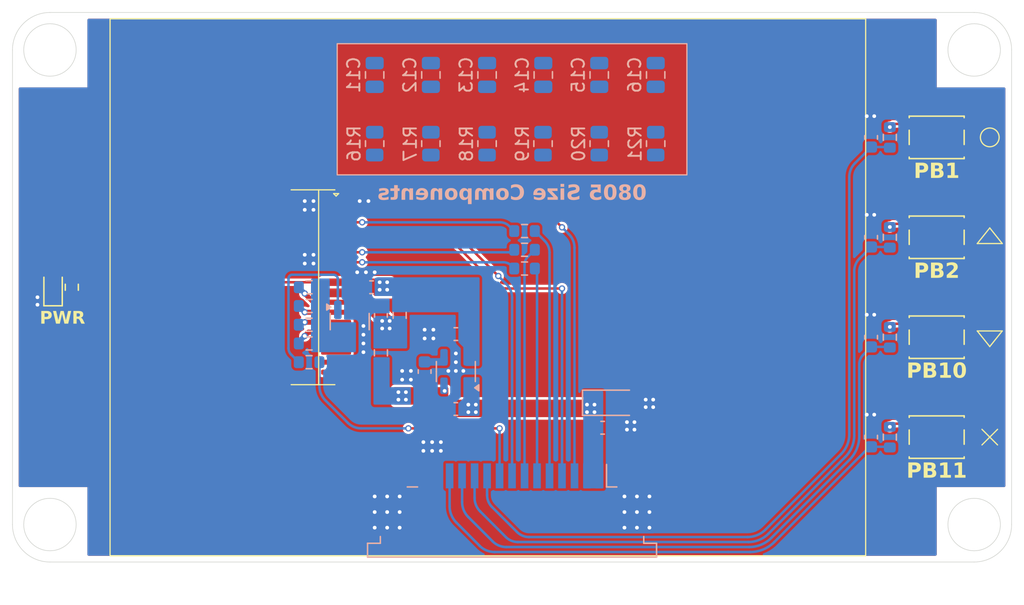
<source format=kicad_pcb>
(kicad_pcb (version 20240108) (generator "pcbnew") (generator_version "8.0")
  (layers (0 "F.Cu" signal) (31 "B.Cu" signal) (34 "B.Paste" user) (35 "F.Paste" user) (36 "B.SilkS" user "B.Silkscreen") (37 "F.SilkS" user "F.Silkscreen") (38 "B.Mask" user) (39 "F.Mask" user) (44 "Edge.Cuts" user))
  (net 0 "")
  (net 1 "+5V")
  (net 2 "GND")
  (net 3 "Net-(U2-BP)")
  (net 4 "+3.3V")
  (net 5 "/PA4")
  (net 6 "/PB0")
  (net 7 "/PB2")
  (net 8 "/SPI1_MISO")
  (net 9 "/SPI1_SCK")
  (net 10 "/PB1")
  (net 11 "/PB10")
  (net 12 "/PA3")
  (net 13 "/PB11")
  (net 14 "/PC4")
  (net 15 "/SPI1_MOSI")
  (net 16 "Net-(R1-Pad2)")
  (net 17 "Net-(R2-Pad2)")
  (net 18 "Net-(R3-Pad2)")
  (net 19 "Net-(R4-Pad2)")
  (net 20 "Net-(U1-SCL)")
  (net 21 "Net-(U1-SDA)")
  (net 22 "Net-(U1-SDO)")
  (net 27 "/LEDA")
  (net 28 "Net-(Q1-G)")
  (net 29 "Net-(Q1-D)")
  (net 30 "/LEDK4")
  (net 31 "/LEDK3")
  (net 32 "/LEDK2")
  (net 33 "/LEDK1")
  (net 34 "Net-(D2-A)")
  (footprint "Resistor_SMD:R_0603_1608Metric" (layer "F.Cu") (at 134.75 100 90)
    (property "Reference" "R15" (hide yes))
    (property "Value" "1k")
    (pad "1" smd roundrect (at -0.825 0 90) (size 0.8 0.95) (layers "F.Cu" "F.Paste" "F.Mask") (net 4 "+3.3V"))
    (pad "2" smd roundrect (at 0.825 0 90) (size 0.8 0.95) (layers "F.Cu" "F.Paste" "F.Mask") (net 34 "Net-(D2-A)"))
  )
  (footprint "Button_Switch_SMD:SW_SPST_PTS810" (layer "F.Cu") (at 204 96)
    (property "Reference" "SW2" (hide yes))
    (property "Value" "NRST")
    (pad "1" smd rect (at -2.075 -1.075) (size 1.05 0.65) (layers "F.Cu" "F.Paste" "F.Mask") (net 17 "Net-(R2-Pad2)"))
    (pad "1" smd rect (at 2.075 -1.075) (size 1.05 0.65) (layers "F.Cu" "F.Paste" "F.Mask") (net 17 "Net-(R2-Pad2)"))
    (pad "2" smd rect (at -2.075 1.075) (size 1.05 0.65) (layers "F.Cu" "F.Paste" "F.Mask") (net 2 "GND"))
    (pad "2" smd rect (at 2.075 1.075) (size 1.05 0.65) (layers "F.Cu" "F.Paste" "F.Mask") (net 2 "GND"))
  )
  (footprint "Button_Switch_SMD:SW_SPST_PTS810" (layer "F.Cu") (at 204 88)
    (property "Reference" "SW1" (hide yes))
    (property "Value" "NRST")
    (pad "1" smd rect (at -2.075 -1.075) (size 1.05 0.65) (layers "F.Cu" "F.Paste" "F.Mask") (net 16 "Net-(R1-Pad2)"))
    (pad "1" smd rect (at 2.075 -1.075) (size 1.05 0.65) (layers "F.Cu" "F.Paste" "F.Mask") (net 16 "Net-(R1-Pad2)"))
    (pad "2" smd rect (at -2.075 1.075) (size 1.05 0.65) (layers "F.Cu" "F.Paste" "F.Mask") (net 2 "GND"))
    (pad "2" smd rect (at 2.075 1.075) (size 1.05 0.65) (layers "F.Cu" "F.Paste" "F.Mask") (net 2 "GND"))
  )
  (footprint "AEX7 Others:Display_LCD_TFT_ST7789" (layer "F.Cu") (at 137.8125 100 -90)
    (property "Reference" "U1" (hide yes))
    (property "Value" "LCD")
    (pad "1" smd roundrect (at -6.8 -18.1 270) (size 0.4 2.4) (layers "F.Cu" "F.Paste" "F.Mask") (net 2 "GND"))
    (pad "2" smd roundrect (at -6 -18.1 270) (size 0.4 2.4) (layers "F.Cu" "F.Paste" "F.Mask") (net 12 "/PA3"))
    (pad "3" smd roundrect (at -5.2 -18.1 270) (size 0.4 2.4) (layers "F.Cu" "F.Paste" "F.Mask") (net 20 "Net-(U1-SCL)"))
    (pad "4" smd roundrect (at -4.4 -18.1 270) (size 0.4 2.4) (layers "F.Cu" "F.Paste" "F.Mask") (net 14 "/PC4"))
    (pad "5" smd roundrect (at -3.6 -18.1 270) (size 0.4 2.4) (layers "F.Cu" "F.Paste" "F.Mask") (net 5 "/PA4"))
    (pad "6" smd roundrect (at -2.8 -18.1 270) (size 0.4 2.4) (layers "F.Cu" "F.Paste" "F.Mask") (net 21 "Net-(U1-SDA)"))
    (pad "7" smd roundrect (at -2 -18.1 270) (size 0.4 2.4) (layers "F.Cu" "F.Paste" "F.Mask") (net 22 "Net-(U1-SDO)"))
    (pad "8" smd roundrect (at -1.2 -18.1 270) (size 0.4 2.4) (layers "F.Cu" "F.Paste" "F.Mask") (net 2 "GND"))
    (pad "9" smd roundrect (at -0.4 -18.1 270) (size 0.4 2.4) (layers "F.Cu" "F.Paste" "F.Mask") (net 4 "+3.3V"))
    (pad "10" smd roundrect (at 0.4 -18.1 270) (size 0.4 2.4) (layers "F.Cu" "F.Paste" "F.Mask") (net 27 "/LEDA"))
    (pad "11" smd roundrect (at 1.2 -18.1 270) (size 0.4 2.4) (layers "F.Cu" "F.Paste" "F.Mask") (net 33 "/LEDK1"))
    (pad "12" smd roundrect (at 2 -18.1 270) (size 0.4 2.4) (layers "F.Cu" "F.Paste" "F.Mask") (net 32 "/LEDK2"))
    (pad "13" smd roundrect (at 2.8 -18.1 270) (size 0.4 2.4) (layers "F.Cu" "F.Paste" "F.Mask") (net 31 "/LEDK3"))
    (pad "14" smd roundrect (at 3.6 -18.1 270) (size 0.4 2.4) (layers "F.Cu" "F.Paste" "F.Mask") (net 30 "/LEDK4"))
    (pad "15" smd roundrect (at 4.4 -18.1 270) (size 0.4 2.4) (layers "F.Cu" "F.Paste" "F.Mask"))
    (pad "16" smd roundrect (at 5.2 -18.1 270) (size 0.4 2.4) (layers "F.Cu" "F.Paste" "F.Mask"))
    (pad "17" smd roundrect (at 6 -18.1 270) (size 0.4 2.4) (layers "F.Cu" "F.Paste" "F.Mask"))
    (pad "18" smd roundrect (at 6.8 -18.1 270) (size 0.4 2.4) (layers "F.Cu" "F.Paste" "F.Mask"))
  )
  (footprint "Button_Switch_SMD:SW_SPST_PTS810" (layer "F.Cu") (at 204 112)
    (property "Reference" "SW4" (hide yes))
    (property "Value" "NRST")
    (pad "1" smd rect (at -2.075 -1.075) (size 1.05 0.65) (layers "F.Cu" "F.Paste" "F.Mask") (net 19 "Net-(R4-Pad2)"))
    (pad "1" smd rect (at 2.075 -1.075) (size 1.05 0.65) (layers "F.Cu" "F.Paste" "F.Mask") (net 19 "Net-(R4-Pad2)"))
    (pad "2" smd rect (at -2.075 1.075) (size 1.05 0.65) (layers "F.Cu" "F.Paste" "F.Mask") (net 2 "GND"))
    (pad "2" smd rect (at 2.075 1.075) (size 1.05 0.65) (layers "F.Cu" "F.Paste" "F.Mask") (net 2 "GND"))
  )
  (footprint "LED_SMD:LED_0603_1608Metric" (layer "F.Cu") (at 133.25 100 90)
    (property "Reference" "D2" (hide yes))
    (property "Value" "LED")
    (pad "1" smd roundrect (at -0.7875 0 90) (size 0.875 0.95) (layers "F.Cu" "F.Paste" "F.Mask") (net 2 "GND"))
    (pad "2" smd roundrect (at 0.7875 0 90) (size 0.875 0.95) (layers "F.Cu" "F.Paste" "F.Mask") (net 34 "Net-(D2-A)"))
  )
  (footprint "Button_Switch_SMD:SW_SPST_PTS810" (layer "F.Cu") (at 204 104)
    (property "Reference" "SW3" (hide yes))
    (property "Value" "NRST")
    (pad "1" smd rect (at -2.075 -1.075) (size 1.05 0.65) (layers "F.Cu" "F.Paste" "F.Mask") (net 18 "Net-(R3-Pad2)"))
    (pad "1" smd rect (at 2.075 -1.075) (size 1.05 0.65) (layers "F.Cu" "F.Paste" "F.Mask") (net 18 "Net-(R3-Pad2)"))
    (pad "2" smd rect (at -2.075 1.075) (size 1.05 0.65) (layers "F.Cu" "F.Paste" "F.Mask") (net 2 "GND"))
    (pad "2" smd rect (at 2.075 1.075) (size 1.05 0.65) (layers "F.Cu" "F.Paste" "F.Mask") (net 2 "GND"))
  )
  (footprint "Connector_FFC-FPC:TE_1-84952-5_1x15-1MP_P1.0mm_Horizontal" (layer "B.Cu") (at 170 116.9 180)
    (property "Reference" "J1" (hide yes))
    (property "Value" "Conn_01x15_MountingPin")
    (pad "1" smd rect (at -7 1.8 180) (size 0.61 2) (layers "B.Cu" "B.Paste" "B.Mask") (net 1 "+5V"))
    (pad "2" smd rect (at -6 1.8 180) (size 0.61 2) (layers "B.Cu" "B.Paste" "B.Mask") (net 1 "+5V"))
    (pad "3" smd rect (at -5 1.8 180) (size 0.61 2) (layers "B.Cu" "B.Paste" "B.Mask") (net 12 "/PA3"))
    (pad "4" smd rect (at -4 1.8 180) (size 0.61 2) (layers "B.Cu" "B.Paste" "B.Mask") (net 5 "/PA4"))
    (pad "5" smd rect (at -3 1.8 180) (size 0.61 2) (layers "B.Cu" "B.Paste" "B.Mask") (net 9 "/SPI1_SCK"))
    (pad "6" smd rect (at -2 1.8 180) (size 0.61 2) (layers "B.Cu" "B.Paste" "B.Mask") (net 8 "/SPI1_MISO"))
    (pad "7" smd rect (at -1 1.8 180) (size 0.61 2) (layers "B.Cu" "B.Paste" "B.Mask") (net 15 "/SPI1_MOSI"))
    (pad "8" smd rect (at 0 1.8 180) (size 0.61 2) (layers "B.Cu" "B.Paste" "B.Mask") (net 14 "/PC4"))
    (pad "9" smd rect (at 1 1.8 180) (size 0.61 2) (layers "B.Cu" "B.Paste" "B.Mask") (net 6 "/PB0"))
    (pad "10" smd rect (at 2 1.8 180) (size 0.61 2) (layers "B.Cu" "B.Paste" "B.Mask") (net 10 "/PB1"))
    (pad "11" smd rect (at 3 1.8 180) (size 0.61 2) (layers "B.Cu" "B.Paste" "B.Mask") (net 7 "/PB2"))
    (pad "12" smd rect (at 4 1.8 180) (size 0.61 2) (layers "B.Cu" "B.Paste" "B.Mask") (net 11 "/PB10"))
    (pad "13" smd rect (at 5 1.8 180) (size 0.61 2) (layers "B.Cu" "B.Paste" "B.Mask") (net 13 "/PB11"))
    (pad "14" smd rect (at 6 1.8 180) (size 0.61 2) (layers "B.Cu" "B.Paste" "B.Mask") (net 2 "GND"))
    (pad "15" smd rect (at 7 1.8 180) (size 0.61 2) (layers "B.Cu" "B.Paste" "B.Mask") (net 2 "GND"))
    (pad "MP" smd rect (at -9.99 -1 180) (size 2.68 3.6) (layers "B.Cu" "B.Paste" "B.Mask") (net 2 "GND"))
    (pad "MP" smd rect (at 9.99 -1 180) (size 2.68 3.6) (layers "B.Cu" "B.Paste" "B.Mask") (net 2 "GND"))
  )
  (footprint "Resistor_SMD:R_0603_1608Metric" (layer "B.Cu") (at 171 97 180)
    (property "Reference" "R6" (hide yes))
    (property "Value" "33R")
    (pad "1" smd roundrect (at -0.825 0 180) (size 0.8 0.95) (layers "B.Cu" "B.Paste" "B.Mask") (net 15 "/SPI1_MOSI"))
    (pad "2" smd roundrect (at 0.825 0 180) (size 0.8 0.95) (layers "B.Cu" "B.Paste" "B.Mask") (net 21 "Net-(U1-SDA)"))
  )
  (footprint "Capacitor_SMD:C_0603_1608Metric" (layer "B.Cu") (at 198.75 96 90)
    (property "Reference" "C6" (hide yes))
    (property "Value" "100n")
    (pad "1" smd roundrect (at -0.775 0 90) (size 0.9 0.95) (layers "B.Cu" "B.Paste" "B.Mask") (net 7 "/PB2"))
    (pad "2" smd roundrect (at 0.775 0 90) (size 0.9 0.95) (layers "B.Cu" "B.Paste" "B.Mask") (net 2 "GND"))
  )
  (footprint "Capacitor_SMD:C_0603_1608Metric" (layer "B.Cu") (at 198.75 112 90)
    (property "Reference" "C8" (hide yes))
    (property "Value" "100n")
    (pad "1" smd roundrect (at -0.775 0 90) (size 0.9 0.95) (layers "B.Cu" "B.Paste" "B.Mask") (net 13 "/PB11"))
    (pad "2" smd roundrect (at 0.775 0 90) (size 0.9 0.95) (layers "B.Cu" "B.Paste" "B.Mask") (net 2 "GND"))
  )
  (footprint "Capacitor_SMD:C_0603_1608Metric" (layer "B.Cu") (at 159.5 102.25 90)
    (property "Reference" "C10" (hide yes))
    (property "Value" "100n")
    (pad "1" smd roundrect (at -0.775 0 90) (size 0.9 0.95) (layers "B.Cu" "B.Paste" "B.Mask") (net 27 "/LEDA"))
    (pad "2" smd roundrect (at 0.775 0 90) (size 0.9 0.95) (layers "B.Cu" "B.Paste" "B.Mask") (net 2 "GND"))
  )
  (footprint "Capacitor_SMD:C_0603_1608Metric" (layer "B.Cu") (at 177.25 111.25)
    (property "Reference" "C1" (hide yes))
    (property "Value" "10u")
    (pad "1" smd roundrect (at -0.775 0) (size 0.9 0.95) (layers "B.Cu" "B.Paste" "B.Mask") (net 1 "+5V"))
    (pad "2" smd roundrect (at 0.775 0) (size 0.9 0.95) (layers "B.Cu" "B.Paste" "B.Mask") (net 2 "GND"))
  )
  (footprint "Resistor_SMD:R_0603_1608Metric" (layer "B.Cu") (at 200.25 104 90)
    (property "Reference" "R3" (hide yes))
    (property "Value" "330R")
    (pad "1" smd roundrect (at -0.825 0 90) (size 0.8 0.95) (layers "B.Cu" "B.Paste" "B.Mask") (net 11 "/PB10"))
    (pad "2" smd roundrect (at 0.825 0 90) (size 0.8 0.95) (layers "B.Cu" "B.Paste" "B.Mask") (net 18 "Net-(R3-Pad2)"))
  )
  (footprint "Capacitor_SMD:C_0805_2012Metric" (layer "B.Cu") (at 176.98 83 -90)
    (property "Reference" "C15" (at 0 1.68 90) (layer "B.SilkS") (effects (justify mirror)))
    (property "Value" "C")
    (pad "1" smd roundrect (at -0.95 0 270) (size 1 1.45) (layers "B.Cu" "B.Paste" "B.Mask"))
    (pad "2" smd roundrect (at 0.95 0 270) (size 1 1.45) (layers "B.Cu" "B.Paste" "B.Mask"))
  )
  (footprint "Resistor_SMD:R_0603_1608Metric" (layer "B.Cu") (at 159.5 105.25 90)
    (property "Reference" "R8" (hide yes))
    (property "Value" "NC")
    (pad "1" smd roundrect (at -0.825 0 90) (size 0.8 0.95) (layers "B.Cu" "B.Paste" "B.Mask") (net 1 "+5V"))
    (pad "2" smd roundrect (at 0.825 0 90) (size 0.8 0.95) (layers "B.Cu" "B.Paste" "B.Mask") (net 27 "/LEDA"))
  )
  (footprint "Resistor_SMD:R_0603_1608Metric" (layer "B.Cu") (at 153.75 100 180)
    (property "Reference" "R14" (hide yes))
    (property "Value" "0R")
    (pad "1" smd roundrect (at -0.825 0 180) (size 0.8 0.95) (layers "B.Cu" "B.Paste" "B.Mask") (net 29 "Net-(Q1-D)"))
    (pad "2" smd roundrect (at 0.825 0 180) (size 0.8 0.95) (layers "B.Cu" "B.Paste" "B.Mask") (net 33 "/LEDK1"))
  )
  (footprint "Resistor_SMD:R_0603_1608Metric" (layer "B.Cu") (at 171 95.5 180)
    (property "Reference" "R5" (hide yes))
    (property "Value" "33R")
    (pad "1" smd roundrect (at -0.825 0 180) (size 0.8 0.95) (layers "B.Cu" "B.Paste" "B.Mask") (net 9 "/SPI1_SCK"))
    (pad "2" smd roundrect (at 0.825 0 180) (size 0.8 0.95) (layers "B.Cu" "B.Paste" "B.Mask") (net 20 "Net-(U1-SCL)"))
  )
  (footprint "Capacitor_SMD:C_0805_2012Metric" (layer "B.Cu") (at 172.5 83 -90)
    (property "Reference" "C14" (at 0 1.68 90) (layer "B.SilkS") (effects (justify mirror)))
    (property "Value" "C")
    (pad "1" smd roundrect (at -0.95 0 270) (size 1 1.45) (layers "B.Cu" "B.Paste" "B.Mask"))
    (pad "2" smd roundrect (at 0.95 0 270) (size 1 1.45) (layers "B.Cu" "B.Paste" "B.Mask"))
  )
  (footprint "Resistor_SMD:R_0603_1608Metric" (layer "B.Cu") (at 200.25 88 90)
    (property "Reference" "R1" (hide yes))
    (property "Value" "330R")
    (pad "1" smd roundrect (at -0.825 0 90) (size 0.8 0.95) (layers "B.Cu" "B.Paste" "B.Mask") (net 10 "/PB1"))
    (pad "2" smd roundrect (at 0.825 0 90) (size 0.8 0.95) (layers "B.Cu" "B.Paste" "B.Mask") (net 16 "Net-(R1-Pad2)"))
  )
  (footprint "Capacitor_SMD:C_0603_1608Metric" (layer "B.Cu") (at 165.5 103.75 180)
    (property "Reference" "C5" (hide yes))
    (property "Value" "10u")
    (pad "1" smd roundrect (at -0.775 0 180) (size 0.9 0.95) (layers "B.Cu" "B.Paste" "B.Mask") (net 4 "+3.3V"))
    (pad "2" smd roundrect (at 0.775 0 180) (size 0.9 0.95) (layers "B.Cu" "B.Paste" "B.Mask") (net 2 "GND"))
  )
  (footprint "Capacitor_SMD:C_0603_1608Metric" (layer "B.Cu") (at 198.75 104 90)
    (property "Reference" "C7" (hide yes))
    (property "Value" "100n")
    (pad "1" smd roundrect (at -0.775 0 90) (size 0.9 0.95) (layers "B.Cu" "B.Paste" "B.Mask") (net 11 "/PB10"))
    (pad "2" smd roundrect (at 0.775 0 90) (size 0.9 0.95) (layers "B.Cu" "B.Paste" "B.Mask") (net 2 "GND"))
  )
  (footprint "Resistor_SMD:R_0603_1608Metric" (layer "B.Cu") (at 161 102.25 -90)
    (property "Reference" "R9" (hide yes))
    (property "Value" "0R")
    (pad "1" smd roundrect (at -0.825 0 270) (size 0.8 0.95) (layers "B.Cu" "B.Paste" "B.Mask") (net 4 "+3.3V"))
    (pad "2" smd roundrect (at 0.825 0 270) (size 0.8 0.95) (layers "B.Cu" "B.Paste" "B.Mask") (net 27 "/LEDA"))
  )
  (footprint "Resistor_SMD:R_0805_2012Metric" (layer "B.Cu") (at 159 88.5 -90)
    (property "Reference" "R16" (at 0 1.65 90) (layer "B.SilkS") (effects (justify mirror)))
    (property "Value" "R")
    (pad "1" smd roundrect (at -0.9125 0 270) (size 1.025 1.4) (layers "B.Cu" "B.Paste" "B.Mask") (roundrect_rratio 0.243902))
    (pad "2" smd roundrect (at 0.9125 0 270) (size 1.025 1.4) (layers "B.Cu" "B.Paste" "B.Mask") (roundrect_rratio 0.243902))
  )
  (footprint "Package_TO_SOT_SMD:SOT-23" (layer "B.Cu") (at 157 102.75 -90)
    (property "Reference" "Q1" (hide yes))
    (property "Value" "2N7002")
    (pad "1" smd roundrect (at -0.9375 0.95 270) (size 1.475 0.6) (layers "B.Cu" "B.Paste" "B.Mask") (net 28 "Net-(Q1-G)"))
    (pad "2" smd roundrect (at -0.9375 -0.95 270) (size 1.475 0.6) (layers "B.Cu" "B.Paste" "B.Mask") (net 2 "GND"))
    (pad "3" smd roundrect (at 0.9375 0 270) (size 1.475 0.6) (layers "B.Cu" "B.Paste" "B.Mask") (net 29 "Net-(Q1-D)"))
  )
  (footprint "Resistor_SMD:R_0603_1608Metric" (layer "B.Cu") (at 153.75 103 180)
    (property "Reference" "R12" (hide yes))
    (property "Value" "0R")
    (pad "1" smd roundrect (at -0.825 0 180) (size 0.8 0.95) (layers "B.Cu" "B.Paste" "B.Mask") (net 29 "Net-(Q1-D)"))
    (pad "2" smd roundrect (at 0.825 0 180) (size 0.8 0.95) (layers "B.Cu" "B.Paste" "B.Mask") (net 31 "/LEDK3"))
  )
  (footprint "Capacitor_SMD:C_0603_1608Metric" (layer "B.Cu") (at 165.5 109.75 180)
    (property "Reference" "C3" (hide yes))
    (property "Value" "10u")
    (pad "1" smd roundrect (at -0.775 0 180) (size 0.9 0.95) (layers "B.Cu" "B.Paste" "B.Mask") (net 1 "+5V"))
    (pad "2" smd roundrect (at 0.775 0 180) (size 0.9 0.95) (layers "B.Cu" "B.Paste" "B.Mask") (net 2 "GND"))
  )
  (footprint "Resistor_SMD:R_0603_1608Metric" (layer "B.Cu") (at 153.75 104.5 180)
    (property "Reference" "R11" (hide yes))
    (property "Value" "0R")
    (pad "1" smd roundrect (at -0.825 0 180) (size 0.8 0.95) (layers "B.Cu" "B.Paste" "B.Mask") (net 29 "Net-(Q1-D)"))
    (pad "2" smd roundrect (at 0.825 0 180) (size 0.8 0.95) (layers "B.Cu" "B.Paste" "B.Mask") (net 30 "/LEDK4"))
  )
  (footprint "Diode_SMD:D_SMF" (layer "B.Cu") (at 178 109.25)
    (property "Reference" "D1" (hide yes))
    (property "Value" "SMF5V0A")
    (pad "1" smd roundrect (at -1.45 0) (size 1.3 1.4) (layers "B.Cu" "B.Paste" "B.Mask") (roundrect_rratio 0.1923076923) (net 1 "+5V"))
    (pad "2" smd roundrect (at 1.45 0) (size 1.3 1.4) (layers "B.Cu" "B.Paste" "B.Mask") (roundrect_rratio 0.1923076923) (net 2 "GND"))
  )
  (footprint "Resistor_SMD:R_0805_2012Metric" (layer "B.Cu") (at 172.48 88.5 -90)
    (property "Reference" "R19" (at 0 1.65 90) (layer "B.SilkS") (effects (justify mirror)))
    (property "Value" "R")
    (pad "1" smd roundrect (at -0.9125 0 270) (size 1.025 1.4) (layers "B.Cu" "B.Paste" "B.Mask") (roundrect_rratio 0.243902))
    (pad "2" smd roundrect (at 0.9125 0 270) (size 1.025 1.4) (layers "B.Cu" "B.Paste" "B.Mask") (roundrect_rratio 0.243902))
  )
  (footprint "Capacitor_SMD:C_0805_2012Metric" (layer "B.Cu") (at 159 83 -90)
    (property "Reference" "C11" (at 0 1.68 90) (layer "B.SilkS") (effects (justify mirror)))
    (property "Value" "C")
    (pad "1" smd roundrect (at -0.95 0 270) (size 1 1.45) (layers "B.Cu" "B.Paste" "B.Mask"))
    (pad "2" smd roundrect (at 0.95 0 270) (size 1 1.45) (layers "B.Cu" "B.Paste" "B.Mask"))
  )
  (footprint "Capacitor_SMD:C_0603_1608Metric" (layer "B.Cu") (at 163 106.75 -90)
    (property "Reference" "C4" (hide yes))
    (property "Value" "10n")
    (pad "1" smd roundrect (at -0.775 0 270) (size 0.9 0.95) (layers "B.Cu" "B.Paste" "B.Mask") (net 3 "Net-(U2-BP)"))
    (pad "2" smd roundrect (at 0.775 0 270) (size 0.9 0.95) (layers "B.Cu" "B.Paste" "B.Mask") (net 2 "GND"))
  )
  (footprint "Resistor_SMD:R_0603_1608Metric" (layer "B.Cu") (at 153.75 101.5 180)
    (property "Reference" "R13" (hide yes))
    (property "Value" "0R")
    (pad "1" smd roundrect (at -0.825 0 180) (size 0.8 0.95) (layers "B.Cu" "B.Paste" "B.Mask") (net 29 "Net-(Q1-D)"))
    (pad "2" smd roundrect (at 0.825 0 180) (size 0.8 0.95) (layers "B.Cu" "B.Paste" "B.Mask") (net 32 "/LEDK2"))
  )
  (footprint "Resistor_SMD:R_0805_2012Metric" (layer "B.Cu") (at 181.5 88.5 -90)
    (property "Reference" "R21" (at 0 1.65 90) (layer "B.SilkS") (effects (justify mirror)))
    (property "Value" "R")
    (pad "1" smd roundrect (at -0.9125 0 270) (size 1.025 1.4) (layers "B.Cu" "B.Paste" "B.Mask") (roundrect_rratio 0.243902))
    (pad "2" smd roundrect (at 0.9125 0 270) (size 1.025 1.4) (layers "B.Cu" "B.Paste" "B.Mask") (roundrect_rratio 0.243902))
  )
  (footprint "Resistor_SMD:R_0603_1608Metric" (layer "B.Cu") (at 200.25 112 90)
    (property "Reference" "R4" (hide yes))
    (property "Value" "330R")
    (pad "1" smd roundrect (at -0.825 0 90) (size 0.8 0.95) (layers "B.Cu" "B.Paste" "B.Mask") (net 13 "/PB11"))
    (pad "2" smd roundrect (at 0.825 0 90) (size 0.8 0.95) (layers "B.Cu" "B.Paste" "B.Mask") (net 19 "Net-(R4-Pad2)"))
  )
  (footprint "Capacitor_SMD:C_0603_1608Metric" (layer "B.Cu") (at 198.75 88 90)
    (property "Reference" "C2" (hide yes))
    (property "Value" "100n")
    (pad "1" smd roundrect (at -0.775 0 90) (size 0.9 0.95) (layers "B.Cu" "B.Paste" "B.Mask") (net 10 "/PB1"))
    (pad "2" smd roundrect (at 0.775 0 90) (size 0.9 0.95) (layers "B.Cu" "B.Paste" "B.Mask") (net 2 "GND"))
  )
  (footprint "Resistor_SMD:R_0805_2012Metric" (layer "B.Cu") (at 168 88.5 -90)
    (property "Reference" "R18" (at 0 1.65 90) (layer "B.SilkS") (effects (justify mirror)))
    (property "Value" "R")
    (pad "1" smd roundrect (at -0.9125 0 270) (size 1.025 1.4) (layers "B.Cu" "B.Paste" "B.Mask") (roundrect_rratio 0.243902))
    (pad "2" smd roundrect (at 0.9125 0 270) (size 1.025 1.4) (layers "B.Cu" "B.Paste" "B.Mask") (roundrect_rratio 0.243902))
  )
  (footprint "Resistor_SMD:R_0603_1608Metric" (layer "B.Cu") (at 153.75 106 180)
    (property "Reference" "R10" (hide yes))
    (property "Value" "33R")
    (pad "1" smd roundrect (at -0.825 0 180) (size 0.8 0.95) (layers "B.Cu" "B.Paste" "B.Mask") (net 6 "/PB0"))
    (pad "2" smd roundrect (at 0.825 0 180) (size 0.8 0.95) (layers "B.Cu" "B.Paste" "B.Mask") (net 28 "Net-(Q1-G)"))
  )
  (footprint "Resistor_SMD:R_0805_2012Metric" (layer "B.Cu") (at 163.5 88.5 -90)
    (property "Reference" "R17" (at 0 1.65 90) (layer "B.SilkS") (effects (justify mirror)))
    (property "Value" "R")
    (pad "1" smd roundrect (at -0.9125 0 270) (size 1.025 1.4) (layers "B.Cu" "B.Paste" "B.Mask") (roundrect_rratio 0.243902))
    (pad "2" smd roundrect (at 0.9125 0 270) (size 1.025 1.4) (layers "B.Cu" "B.Paste" "B.Mask") (roundrect_rratio 0.243902))
  )
  (footprint "Capacitor_SMD:C_0805_2012Metric" (layer "B.Cu") (at 163.5 83 -90)
    (property "Reference" "C12" (at 0 1.68 90) (layer "B.SilkS") (effects (justify mirror)))
    (property "Value" "C")
    (pad "1" smd roundrect (at -0.95 0 270) (size 1 1.45) (layers "B.Cu" "B.Paste" "B.Mask"))
    (pad "2" smd roundrect (at 0.95 0 270) (size 1 1.45) (layers "B.Cu" "B.Paste" "B.Mask"))
  )
  (footprint "Capacitor_SMD:C_0603_1608Metric" (layer "B.Cu") (at 158.75 100 180)
    (property "Reference" "C9" (hide yes))
    (property "Value" "100n")
    (pad "1" smd roundrect (at -0.775 0 180) (size 0.9 0.95) (layers "B.Cu" "B.Paste" "B.Mask") (net 4 "+3.3V"))
    (pad "2" smd roundrect (at 0.775 0 180) (size 0.9 0.95) (layers "B.Cu" "B.Paste" "B.Mask") (net 2 "GND"))
  )
  (footprint "Resistor_SMD:R_0805_2012Metric" (layer "B.Cu") (at 176.98 88.5 -90)
    (property "Reference" "R20" (at 0 1.65 90) (layer "B.SilkS") (effects (justify mirror)))
    (property "Value" "R")
    (pad "1" smd roundrect (at -0.9125 0 270) (size 1.025 1.4) (layers "B.Cu" "B.Paste" "B.Mask") (roundrect_rratio 0.243902))
    (pad "2" smd roundrect (at 0.9125 0 270) (size 1.025 1.4) (layers "B.Cu" "B.Paste" "B.Mask") (roundrect_rratio 0.243902))
  )
  (footprint "Capacitor_SMD:C_0805_2012Metric" (layer "B.Cu") (at 168 83 -90)
    (property "Reference" "C13" (at 0 1.68 90) (layer "B.SilkS") (effects (justify mirror)))
    (property "Value" "C")
    (pad "1" smd roundrect (at -0.95 0 270) (size 1 1.45) (layers "B.Cu" "B.Paste" "B.Mask"))
    (pad "2" smd roundrect (at 0.95 0 270) (size 1 1.45) (layers "B.Cu" "B.Paste" "B.Mask"))
  )
  (footprint "Resistor_SMD:R_0603_1608Metric" (layer "B.Cu") (at 171 98.5 180)
    (property "Reference" "R7" (hide yes))
    (property "Value" "33R")
    (pad "1" smd roundrect (at -0.825 0 180) (size 0.8 0.95) (layers "B.Cu" "B.Paste" "B.Mask") (net 8 "/SPI1_MISO"))
    (pad "2" smd roundrect (at 0.825 0 180) (size 0.8 0.95) (layers "B.Cu" "B.Paste" "B.Mask") (net 22 "Net-(U1-SDO)"))
  )
  (footprint "Capacitor_SMD:C_0805_2012Metric" (layer "B.Cu") (at 181.5 83 -90)
    (property "Reference" "C16" (at 0 1.68 90) (layer "B.SilkS") (effects (justify mirror)))
    (property "Value" "C")
    (pad "1" smd roundrect (at -0.95 0 270) (size 1 1.45) (layers "B.Cu" "B.Paste" "B.Mask"))
    (pad "2" smd roundrect (at 0.95 0 270) (size 1 1.45) (layers "B.Cu" "B.Paste" "B.Mask"))
  )
  (footprint "Resistor_SMD:R_0603_1608Metric" (layer "B.Cu") (at 200.25 96 90)
    (property "Reference" "R2" (hide yes))
    (property "Value" "330R")
    (pad "1" smd roundrect (at -0.825 0 90) (size 0.8 0.95) (layers "B.Cu" "B.Paste" "B.Mask") (net 7 "/PB2"))
    (pad "2" smd roundrect (at 0.825 0 90) (size 0.8 0.95) (layers "B.Cu" "B.Paste" "B.Mask") (net 17 "Net-(R2-Pad2)"))
  )
  (footprint "Package_TO_SOT_SMD:SOT-23-5" (layer "B.Cu") (at 165.5 106.75 90)
    (property "Reference" "U2" (hide yes))
    (property "Value" "RS3236")
    (pad "1" smd roundrect (at -1.1375 0.95 90) (size 1.325 0.6) (layers "B.Cu" "B.Paste" "B.Mask") (net 1 "+5V"))
    (pad "2" smd roundrect (at -1.1375 0 90) (size 1.325 0.6) (layers "B.Cu" "B.Paste" "B.Mask") (net 2 "GND"))
    (pad "3" smd roundrect (at -1.1375 -0.95 90) (size 1.325 0.6) (layers "B.Cu" "B.Paste" "B.Mask") (net 1 "+5V"))
    (pad "4" smd roundrect (at 1.1375 -0.95 90) (size 1.325 0.6) (layers "B.Cu" "B.Paste" "B.Mask") (net 3 "Net-(U2-BP)"))
    (pad "5" smd roundrect (at 1.1375 0.95 90) (size 1.325 0.6) (layers "B.Cu" "B.Paste" "B.Mask") (net 4 "+3.3V"))
  )
  (gr_rect (start 156 80.5) (end 184 91) (stroke (width 0.1)) (fill none) (layer "B.SilkS"))
  (gr_line (start 209.25 103.5) (end 207.25 103.5) (stroke (width 0.1)) (layer "F.SilkS"))
  (gr_line (start 207.625 112.625) (end 208.875 111.375) (stroke (width 0.1)) (layer "F.SilkS"))
  (gr_line (start 207.625 111.375) (end 208.875 112.625) (stroke (width 0.1)) (layer "F.SilkS"))
  (gr_line (start 208.25 104.75) (end 209.25 103.5) (stroke (width 0.1)) (layer "F.SilkS"))
  (gr_line (start 209.25 96.5) (end 208.25 95.25) (stroke (width 0.1)) (layer "F.SilkS"))
  (gr_line (start 207.25 96.5) (end 209.25 96.5) (stroke (width 0.1)) (layer "F.SilkS"))
  (gr_line (start 208.25 95.25) (end 207.25 96.5) (stroke (width 0.1)) (layer "F.SilkS"))
  (gr_circle (center 208.25 88) (end 208.25 88.75) (stroke (width 0.1)) (fill none) (layer "F.SilkS"))
  (gr_line (start 207.25 103.5) (end 208.25 104.75) (stroke (width 0.1)) (layer "F.SilkS"))
  (gr_arc (start 210 119) (mid 209.12132 121.12132) (end 207 122) (stroke (width 0.05)) (layer "Edge.Cuts"))
  (gr_circle (center 207 119) (end 209.1 119) (stroke (width 0.05)) (fill none) (layer "Edge.Cuts"))
  (gr_circle (center 133 119) (end 135.1 119) (stroke (width 0.05)) (fill none) (layer "Edge.Cuts"))
  (gr_circle (center 133 81) (end 135.1 81) (stroke (width 0.05)) (fill none) (layer "Edge.Cuts"))
  (gr_line (start 130 119) (end 130 81) (stroke (width 0.05)) (layer "Edge.Cuts"))
  (gr_arc (start 130 81) (mid 130.87868 78.87868) (end 133 78) (stroke (width 0.05)) (layer "Edge.Cuts"))
  (gr_arc (start 207 78) (mid 209.12132 78.87868) (end 210 81) (stroke (width 0.05)) (layer "Edge.Cuts"))
  (gr_arc (start 133 122) (mid 130.87868 121.12132) (end 130 119) (stroke (width 0.05)) (layer "Edge.Cuts"))
  (gr_line (start 133 78) (end 207 78) (stroke (width 0.05)) (layer "Edge.Cuts"))
  (gr_line (start 210 81) (end 210 119) (stroke (width 0.05)) (layer "Edge.Cuts"))
  (gr_circle (center 207 81) (end 209.1 81) (stroke (width 0.05)) (fill none) (layer "Edge.Cuts"))
  (gr_line (start 207 122) (end 133 122) (stroke (width 0.05)) (layer "Edge.Cuts"))
  (gr_text "0805 Size Components" (at 170 92.5 0) (layer "B.SilkS") (effects (font (size 1.2 1.2) (thickness 0.24) (bold yes)) (justify mirror)))
  (gr_text "PWR" (at 134 102.5 0) (layer "F.SilkS") (effects (font (size 1 1) (thickness 0.24) (bold yes))))
  (gr_text "PB2" (at 204 98.75 0) (layer "F.SilkS") (effects (font (size 1.2 1.2) (thickness 0.24) (bold yes))))
  (gr_text "PB1" (at 204 90.75 0) (layer "F.SilkS") (effects (font (size 1.2 1.2) (thickness 0.24) (bold yes))))
  (gr_text "PB10" (at 204 106.75 0) (layer "F.SilkS") (effects (font (size 1.2 1.2) (thickness 0.24) (bold yes))))
  (gr_text "PB11" (at 204 114.75 0) (layer "F.SilkS") (effects (font (size 1.2 1.2) (thickness 0.24) (bold yes))))
  (via (at 176.6 109.4) (size 0.5) (drill 0.3) (layers "F.Cu" "B.Cu") (net 1))
  (via (at 160.9 108.4) (size 0.5) (drill 0.3) (layers "F.Cu" "B.Cu") (net 1))
  (via (at 160.9 109) (size 0.5) (drill 0.3) (layers "F.Cu" "B.Cu") (net 1))
  (via (at 166.5 109.4) (size 0.5) (drill 0.3) (layers "F.Cu" "B.Cu") (net 1))
  (via (at 176.6 110) (size 0.5) (drill 0.3) (layers "F.Cu" "B.Cu") (net 1))
  (via (at 167.1 109.4) (size 0.5) (drill 0.3) (layers "F.Cu" "B.Cu") (net 1))
  (via (at 176 110) (size 0.5) (drill 0.3) (layers "F.Cu" "B.Cu") (net 1))
  (via (at 164.6 108.3) (size 0.5) (drill 0.3) (layers "F.Cu" "B.Cu") (net 1))
  (via (at 176 109.4) (size 0.5) (drill 0.3) (layers "F.Cu" "B.Cu") (net 1))
  (via (at 166.5 110) (size 0.5) (drill 0.3) (layers "F.Cu" "B.Cu") (net 1))
  (via (at 167.1 110) (size 0.5) (drill 0.3) (layers "F.Cu" "B.Cu") (net 1))
  (via (at 161.5 108.4) (size 0.5) (drill 0.3) (layers "F.Cu" "B.Cu") (net 1))
  (via (at 161.5 109) (size 0.5) (drill 0.3) (layers "F.Cu" "B.Cu") (net 1))
  (segment (start 164.55 107.8875) (end 164.55 108.25) (width 0.2) (layer "B.Cu") (net 1))
  (segment (start 164.55 108.25) (end 164.6 108.3) (width 0.2) (layer "B.Cu") (net 1))
  (via (at 180 116.75) (size 0.5) (drill 0.3) (layers "F.Cu" "B.Cu") (net 2))
  (via (at 165.5 106) (size 0.5) (drill 0.3) (layers "F.Cu" "B.Cu") (net 2))
  (via (at 199 110.2) (size 0.5) (drill 0.3) (layers "F.Cu" "B.Cu") (net 2))
  (via (at 198.4 102.2) (size 0.5) (drill 0.3) (layers "F.Cu" "B.Cu") (net 2))
  (via (at 164.9 106.7) (size 0.5) (drill 0.3) (layers "F.Cu" "B.Cu") (net 2))
  (via (at 180 118) (size 0.5) (drill 0.3) (layers "F.Cu" "B.Cu") (net 2))
  (via (at 158.5 93.1) (size 0.5) (drill 0.3) (layers "F.Cu" "B.Cu") (net 2))
  (via (at 164.3 112.4) (size 0.5) (drill 0.3) (layers "F.Cu" "B.Cu") (net 2))
  (via (at 198.4 86.3) (size 0.5) (drill 0.3) (layers "F.Cu" "B.Cu") (net 2))
  (via (at 161.2 106.7) (size 0.5) (drill 0.3) (layers "F.Cu" "B.Cu") (net 2))
  (via (at 199 102.2) (size 0.5) (drill 0.3) (layers "F.Cu" "B.Cu") (net 2))
  (via (at 132 100.8) (size 0.5) (drill 0.3) (layers "F.Cu" "B.Cu") (net 2))
  (via (at 162.9 112.4) (size 0.5) (drill 0.3) (layers "F.Cu" "B.Cu") (net 2))
  (via (at 179.8 111.4) (size 0.5) (drill 0.3) (layers "F.Cu" "B.Cu") (net 2))
  (via (at 181 119.25) (size 0.5) (drill 0.3) (layers "F.Cu" "B.Cu") (net 2))
  (via (at 158.3 98.8) (size 0.5) (drill 0.3) (layers "F.Cu" "B.Cu") (net 2))
  (via (at 166.1 106.7) (size 0.5) (drill 0.3) (layers "F.Cu" "B.Cu") (net 2))
  (via (at 179.2 111.4) (size 0.5) (drill 0.3) (layers "F.Cu" "B.Cu") (net 2))
  (via (at 158.1 103.8) (size 0.5) (drill 0.3) (layers "F.Cu" "B.Cu") (net 2))
  (via (at 160 119.25) (size 0.5) (drill 0.3) (layers "F.Cu" "B.Cu") (net 2))
  (via (at 154.1 93.1) (size 0.5) (drill 0.3) (layers "F.Cu" "B.Cu") (net 2))
  (via (at 153.4 98.1) (size 0.5) (drill 0.3) (layers "F.Cu" "B.Cu") (net 2))
  (via (at 163.6 113.1) (size 0.5) (drill 0.3) (layers "F.Cu" "B.Cu") (net 2))
  (via (at 160 118) (size 0.5) (drill 0.3) (layers "F.Cu" "B.Cu") (net 2))
  (via (at 161 116.75) (size 0.5) (drill 0.3) (layers "F.Cu" "B.Cu") (net 2))
  (via (at 161 118) (size 0.5) (drill 0.3) (layers "F.Cu" "B.Cu") (net 2))
  (via (at 163.7 103.4) (size 0.5) (drill 0.3) (layers "F.Cu" "B.Cu") (net 2))
  (via (at 161.9 106.7) (size 0.5) (drill 0.3) (layers "F.Cu" "B.Cu") (net 2))
  (via (at 179.8 110.8) (size 0.5) (drill 0.3) (layers "F.Cu" "B.Cu") (net 2))
  (via (at 153.4 93.1) (size 0.5) (drill 0.3) (layers "F.Cu" "B.Cu") (net 2))
  (via (at 199 94.2) (size 0.5) (drill 0.3) (layers "F.Cu" "B.Cu") (net 2))
  (via (at 180.7 109) (size 0.5) (drill 0.3) (layers "F.Cu" "B.Cu") (net 2))
  (via (at 153.4 93.8) (size 0.5) (drill 0.3) (layers "F.Cu" "B.Cu") (net 2))
  (via (at 159 118) (size 0.5) (drill 0.3) (layers "F.Cu" "B.Cu") (net 2))
  (via (at 179.2 110.8) (size 0.5) (drill 0.3) (layers "F.Cu" "B.Cu") (net 2))
  (via (at 179 116.75) (size 0.5) (drill 0.3) (layers "F.Cu" "B.Cu") (net 2))
  (via (at 161.2 107.4) (size 0.5) (drill 0.3) (layers "F.Cu" "B.Cu") (net 2))
  (via (at 163.7 104.1) (size 0.5) (drill 0.3) (layers "F.Cu" "B.Cu") (net 2))
  (via (at 159 119.25) (size 0.5) (drill 0.3) (layers "F.Cu" "B.Cu") (net 2))
  (via (at 198.4 110.2) (size 0.5) (drill 0.3) (layers "F.Cu" "B.Cu") (net 2))
  (via (at 160 116.75) (size 0.5) (drill 0.3) (layers "F.Cu" "B.Cu") (net 2))
  (via (at 163 104.1) (size 0.5) (drill 0.3) (layers "F.Cu" "B.Cu") (net 2))
  (via (at 153.4 97.4) (size 0.5) (drill 0.3) (layers "F.Cu" "B.Cu") (net 2))
  (via (at 181.3 109) (size 0.5) (drill 0.3) (layers "F.Cu" "B.Cu") (net 2))
  (via (at 180 119.25) (size 0.5) (drill 0.3) (layers "F.Cu" "B.Cu") (net 2))
  (via (at 179 119.25) (size 0.5) (drill 0.3) (layers "F.Cu" "B.Cu") (net 2))
  (via (at 164.3 113.1) (size 0.5) (drill 0.3) (layers "F.Cu" "B.Cu") (net 2))
  (via (at 159 98.8) (size 0.5) (drill 0.3) (layers "F.Cu" "B.Cu") (net 2))
  (via (at 179 118) (size 0.5) (drill 0.3) (layers "F.Cu" "B.Cu") (net 2))
  (via (at 181 116.75) (size 0.5) (drill 0.3) (layers "F.Cu" "B.Cu") (net 2))
  (via (at 158.1 104.5) (size 0.5) (drill 0.3) (layers "F.Cu" "B.Cu") (net 2))
  (via (at 154.1 93.8) (size 0.5) (drill 0.3) (layers "F.Cu" "B.Cu") (net 2))
  (via (at 159 116.75) (size 0.5) (drill 0.3) (layers "F.Cu" "B.Cu") (net 2))
  (via (at 161 119.25) (size 0.5) (drill 0.3) (layers "F.Cu" "B.Cu") (net 2))
  (via (at 157.8 93.1) (size 0.5) (drill 0.3) (layers "F.Cu" "B.Cu") (net 2))
  (via (at 132 101.4) (size 0.5) (drill 0.3) (layers "F.Cu" "B.Cu") (net 2))
  (via (at 180.7 109.6) (size 0.5) (drill 0.3) (layers "F.Cu" "B.Cu") (net 2))
  (via (at 199 86.3) (size 0.5) (drill 0.3) (layers "F.Cu" "B.Cu") (net 2))
  (via (at 154.1 97.4) (size 0.5) (drill 0.3) (layers "F.Cu" "B.Cu") (net 2))
  (via (at 181 118) (size 0.5) (drill 0.3) (layers "F.Cu" "B.Cu") (net 2))
  (via (at 165.5 105.3) (size 0.5) (drill 0.3) (layers "F.Cu" "B.Cu") (net 2))
  (via (at 181.3 109.6) (size 0.5) (drill 0.3) (layers "F.Cu" "B.Cu") (net 2))
  (via (at 165.5 106.7) (size 0.5) (drill 0.3) (layers "F.Cu" "B.Cu") (net 2))
  (via (at 163.6 112.4) (size 0.5) (drill 0.3) (layers "F.Cu" "B.Cu") (net 2))
  (via (at 163 103.4) (size 0.5) (drill 0.3) (layers "F.Cu" "B.Cu") (net 2))
  (via (at 157.6 98.8) (size 0.5) (drill 0.3) (layers "F.Cu" "B.Cu") (net 2))
  (via (at 198.4 94.2) (size 0.5) (drill 0.3) (layers "F.Cu" "B.Cu") (net 2))
  (via (at 158.1 105.2) (size 0.5) (drill 0.3) (layers "F.Cu" "B.Cu") (net 2))
  (via (at 158.1 103.1) (size 0.5) (drill 0.3) (layers "F.Cu" "B.Cu") (net 2))
  (via (at 154.1 98.1) (size 0.5) (drill 0.3) (layers "F.Cu" "B.Cu") (net 2))
  (via (at 162.9 113.1) (size 0.5) (drill 0.3) (layers "F.Cu" "B.Cu") (net 2))
  (via (at 161.9 107.4) (size 0.5) (drill 0.3) (layers "F.Cu" "B.Cu") (net 2))
  (segment (start 164.55 105.975) (end 164.55 105.6125) (width 0.6) (layer "B.Cu") (net 3))
  (segment (start 163 105.975) (end 164.55 105.975) (width 0.6) (layer "B.Cu") (net 3))
  (segment (start 138.3 99.6) (end 136.523007 99.6) (width 0.2) (layer "F.Cu") (net 4))
  (segment (start 155.9125 99.6) (end 138.3 99.6) (width 0.2) (layer "F.Cu") (net 4))
  (segment (start 135.5875 99.9875) (end 134.75 100.825) (width 0.2) (layer "F.Cu") (net 4))
  (via (at 160 99.6) (size 0.5) (drill 0.3) (layers "F.Cu" "B.Cu") (net 4))
  (via (at 160 100.2) (size 0.5) (drill 0.3) (layers "F.Cu" "B.Cu") (net 4))
  (via (at 159.4 99.6) (size 0.5) (drill 0.3) (layers "F.Cu" "B.Cu") (net 4))
  (via (at 159.4 100.2) (size 0.5) (drill 0.3) (layers "F.Cu" "B.Cu") (net 4))
  (arc (start 136.523007 99.6) (mid 136.016715 99.700708) (end 135.5875 99.9875) (width 0.2) (layer "F.Cu") (net 4))
  (segment (start 168.65 99.75) (end 165.75 96.85) (width 0.2) (layer "F.Cu") (net 5))
  (segment (start 164.663604 96.4) (end 155.9125 96.4) (width 0.2) (layer "F.Cu") (net 5))
  (segment (start 174 100.1) (end 169.494974 100.1) (width 0.2) (layer "F.Cu") (net 5))
  (via (at 174 100.1) (size 0.5) (drill 0.3) (layers "F.Cu" "B.Cu") (net 5))
  (arc (start 165.75 96.85) (mid 165.251557 96.516951) (end 164.663604 96.4) (width 0.2) (layer "F.Cu") (net 5))
  (arc (start 169.494974 100.1) (mid 169.037677 100.009038) (end 168.65 99.75) (width 0.2) (layer "F.Cu") (net 5))
  (segment (start 174 115.1) (end 174 100.1) (width 0.2) (layer "B.Cu") (net 5))
  (segment (start 169 111.3) (end 161.7 111.3) (width 0.2) (layer "F.Cu") (net 6))
  (via (at 161.7 111.3) (size 0.5) (drill 0.3) (layers "F.Cu" "B.Cu") (net 6))
  (via (at 169 111.3) (size 0.5) (drill 0.3) (layers "F.Cu" "B.Cu") (net 6))
  (segment (start 169 115.1) (end 169 111.3) (width 0.2) (layer "B.Cu") (net 6))
  (segment (start 154.575 107.9) (end 154.575 106) (width 0.2) (layer "B.Cu") (net 6))
  (segment (start 161.7 111.3) (end 157.92786 111.3) (width 0.2) (layer "B.Cu") (net 6))
  (segment (start 156.8475 110.8525) (end 155.055833 109.060833) (width 0.2) (layer "B.Cu") (net 6))
  (arc (start 157.92786 111.3) (mid 157.343173 111.183699) (end 156.8475 110.8525) (width 0.2) (layer "B.Cu") (net 6))
  (arc (start 155.055833 109.060833) (mid 154.699964 108.528239) (end 154.575 107.9) (width 0.2) (layer "B.Cu") (net 6))
  (segment (start 167.45 117.95) (end 169.5 120) (width 0.2) (layer "B.Cu") (net 7))
  (segment (start 170.465685 120.4) (end 188.922184 120.4) (width 0.2) (layer "B.Cu") (net 7))
  (segment (start 197.8125 97.7125) (end 198.75 96.775) (width 0.2) (layer "B.Cu") (net 7))
  (segment (start 197.4 111.851473) (end 197.4 98.708363) (width 0.2) (layer "B.Cu") (net 7))
  (segment (start 167 115.1) (end 167 116.863604) (width 0.2) (layer "B.Cu") (net 7))
  (segment (start 190.532843 119.732843) (end 196.682843 113.582843) (width 0.2) (layer "B.Cu") (net 7))
  (segment (start 200.2 96.775) (end 200.25 96.825) (width 0.2) (layer "B.Cu") (net 7))
  (segment (start 198.75 96.775) (end 200.2 96.775) (width 0.2) (layer "B.Cu") (net 7))
  (arc (start 197.4 98.708363) (mid 197.507205 98.169406) (end 197.8125 97.7125) (width 0.2) (layer "B.Cu") (net 7))
  (arc (start 169.5 120) (mid 169.94306 120.296043) (end 170.465685 120.4) (width 0.2) (layer "B.Cu") (net 7))
  (arc (start 188.922184 120.4) (mid 189.793866 120.226611) (end 190.532843 119.732843) (width 0.2) (layer "B.Cu") (net 7))
  (arc (start 196.682843 113.582843) (mid 197.213617 112.788484) (end 197.4 111.851473) (width 0.2) (layer "B.Cu") (net 7))
  (arc (start 167 116.863604) (mid 167.116951 117.451557) (end 167.45 117.95) (width 0.2) (layer "B.Cu") (net 7))
  (segment (start 172 98.675) (end 171.825 98.5) (width 0.2) (layer "B.Cu") (net 8))
  (segment (start 172 115.1) (end 172 98.675) (width 0.2) (layer "B.Cu") (net 8))
  (segment (start 172.6125 96.2875) (end 171.825 95.5) (width 0.2) (layer "B.Cu") (net 9))
  (segment (start 173 115.1) (end 173 97.223007) (width 0.2) (layer "B.Cu") (net 9))
  (arc (start 173 97.223007) (mid 172.899292 96.716714) (end 172.6125 96.2875) (width 0.2) (layer "B.Cu") (net 9))
  (segment (start 168 115.1) (end 168 116.634315) (width 0.2) (layer "B.Cu") (net 10))
  (segment (start 190.3 119.4) (end 196.35 113.35) (width 0.2) (layer "B.Cu") (net 10))
  (segment (start 198.75 88.775) (end 200.2 88.775) (width 0.2) (layer "B.Cu") (net 10))
  (segment (start 197 111.780762) (end 197 93) (width 0.2) (layer "B.Cu") (net 10))
  (segment (start 200.2 88.775) (end 200.25 88.825) (width 0.2) (layer "B.Cu") (net 10))
  (segment (start 197 93) (end 197 91.179073) (width 0.2) (layer "B.Cu") (net 10))
  (segment (start 171.365685 120) (end 188.851472 120) (width 0.2) (layer "B.Cu") (net 10))
  (segment (start 168.4 117.6) (end 170.4 119.6) (width 0.2) (layer "B.Cu") (net 10))
  (segment (start 197.4625 90.0625) (end 198.75 88.775) (width 0.2) (layer "B.Cu") (net 10))
  (arc (start 196.35 113.35) (mid 196.83107 112.630028) (end 197 111.780762) (width 0.2) (layer "B.Cu") (net 10))
  (arc (start 168 116.634315) (mid 168.103957 117.15694) (end 168.4 117.6) (width 0.2) (layer "B.Cu") (net 10))
  (arc (start 197 91.179073) (mid 197.1202 90.574788) (end 197.4625 90.0625) (width 0.2) (layer "B.Cu") (net 10))
  (arc (start 188.851472 120) (mid 189.63541 119.844065) (end 190.3 119.4) (width 0.2) (layer "B.Cu") (net 10))
  (arc (start 170.4 119.6) (mid 170.84306 119.896043) (end 171.365685 120) (width 0.2) (layer "B.Cu") (net 10))
  (segment (start 169.536396 120.8) (end 188.992896 120.8) (width 0.2) (layer "B.Cu") (net 11))
  (segment (start 190.765686 120.065686) (end 197.015686 113.815686) (width 0.2) (layer "B.Cu") (net 11))
  (segment (start 200.2 104.775) (end 200.25 104.825) (width 0.2) (layer "B.Cu") (net 11))
  (segment (start 198.1125 105.4125) (end 198.75 104.775) (width 0.2) (layer "B.Cu") (net 11))
  (segment (start 166 115.1) (end 166 117.192894) (width 0.2) (layer "B.Cu") (net 11))
  (segment (start 197.8 107) (end 197.8 106.166941) (width 0.2) (layer "B.Cu") (net 11))
  (segment (start 197.8 111.922185) (end 197.8 107) (width 0.2) (layer "B.Cu") (net 11))
  (segment (start 166.5 118.4) (end 168.45 120.35) (width 0.2) (layer "B.Cu") (net 11))
  (segment (start 198.75 104.775) (end 200.2 104.775) (width 0.2) (layer "B.Cu") (net 11))
  (arc (start 168.45 120.35) (mid 168.948443 120.683049) (end 169.536396 120.8) (width 0.2) (layer "B.Cu") (net 11))
  (arc (start 197.015686 113.815686) (mid 197.596163 112.94694) (end 197.8 111.922185) (width 0.2) (layer "B.Cu") (net 11))
  (arc (start 188.992896 120.8) (mid 189.952323 120.609158) (end 190.765686 120.065686) (width 0.2) (layer "B.Cu") (net 11))
  (arc (start 197.8 106.166941) (mid 197.881216 105.758641) (end 198.1125 105.4125) (width 0.2) (layer "B.Cu") (net 11))
  (arc (start 166 117.192894) (mid 166.129946 117.846175) (end 166.5 118.4) (width 0.2) (layer "B.Cu") (net 11))
  (segment (start 155.9125 94) (end 172.092894 94) (width 0.2) (layer "F.Cu") (net 12))
  (segment (start 173.3 94.5) (end 174 95.2) (width 0.2) (layer "F.Cu") (net 12))
  (via (at 174 95.2) (size 0.5) (drill 0.3) (layers "F.Cu" "B.Cu") (net 12))
  (arc (start 172.092894 94) (mid 172.746175 94.129946) (end 173.3 94.5) (width 0.2) (layer "F.Cu") (net 12))
  (segment (start 174.55 95.75) (end 174 95.2) (width 0.2) (layer "B.Cu") (net 12))
  (segment (start 175 115.1) (end 175 96.836396) (width 0.2) (layer "B.Cu") (net 12))
  (arc (start 175 96.836396) (mid 174.883049 96.248443) (end 174.55 95.75) (width 0.2) (layer "B.Cu") (net 12))
  (segment (start 198.625 112.775) (end 198.75 112.775) (width 0.2) (layer "B.Cu") (net 13))
  (segment (start 165 115.1) (end 165 117.522183) (width 0.2) (layer "B.Cu") (net 13))
  (segment (start 165.55 118.85) (end 167.4 120.7) (width 0.2) (layer "B.Cu") (net 13))
  (segment (start 198.75 112.775) (end 200.2 112.775) (width 0.2) (layer "B.Cu") (net 13))
  (segment (start 168.607106 121.2) (end 187.3 121.2) (width 0.2) (layer "B.Cu") (net 13))
  (segment (start 191 120.4) (end 198.625 112.775) (width 0.2) (layer "B.Cu") (net 13))
  (segment (start 187.3 121.2) (end 189.06863 121.2) (width 0.2) (layer "B.Cu") (net 13))
  (segment (start 200.2 112.775) (end 200.25 112.825) (width 0.2) (layer "B.Cu") (net 13))
  (arc (start 167.4 120.7) (mid 167.953825 121.070054) (end 168.607106 121.2) (width 0.2) (layer "B.Cu") (net 13))
  (arc (start 189.06863 121.2) (mid 190.11388 120.992086) (end 191 120.4) (width 0.2) (layer "B.Cu") (net 13))
  (arc (start 165 117.522183) (mid 165.142941 118.240792) (end 165.55 118.85) (width 0.2) (layer "B.Cu") (net 13))
  (segment (start 165.85 96.05) (end 168.9 99.1) (width 0.2) (layer "F.Cu") (net 14))
  (segment (start 155.9125 95.6) (end 164.763604 95.6) (width 0.2) (layer "F.Cu") (net 14))
  (via (at 168.9 99.1) (size 0.5) (drill 0.3) (layers "F.Cu" "B.Cu") (net 14))
  (arc (start 164.763604 95.6) (mid 165.351557 95.716951) (end 165.85 96.05) (width 0.2) (layer "F.Cu") (net 14))
  (segment (start 169.55 99.75) (end 168.9 99.1) (width 0.2) (layer "B.Cu") (net 14))
  (segment (start 170 115.1) (end 170 100.836396) (width 0.2) (layer "B.Cu") (net 14))
  (arc (start 170 100.836396) (mid 169.883049 100.248443) (end 169.55 99.75) (width 0.2) (layer "B.Cu") (net 14))
  (segment (start 171.2625 97.5625) (end 171.825 97) (width 0.2) (layer "B.Cu") (net 15))
  (segment (start 171 115.1) (end 171 99.2) (width 0.2) (layer "B.Cu") (net 15))
  (segment (start 171 99.2) (end 171 98.196231) (width 0.2) (layer "B.Cu") (net 15))
  (arc (start 171 98.196231) (mid 171.068221 97.853259) (end 171.2625 97.5625) (width 0.2) (layer "B.Cu") (net 15))
  (segment (start 206.075 86.925) (end 200.5 86.925) (width 0.2) (layer "F.Cu") (net 16))
  (segment (start 206.075 86.925) (end 201.925 86.925) (width 0.2) (layer "F.Cu") (net 16))
  (segment (start 200.5 86.925) (end 200.25 87.175) (width 0.2) (layer "F.Cu") (net 16))
  (via (at 200.25 87.175) (size 0.5) (drill 0.3) (layers "F.Cu" "B.Cu") (net 16))
  (segment (start 200.5 94.925) (end 200.25 95.175) (width 0.2) (layer "F.Cu") (net 17))
  (segment (start 206.075 94.925) (end 201.925 94.925) (width 0.2) (layer "F.Cu") (net 17))
  (segment (start 206.075 94.925) (end 200.5 94.925) (width 0.2) (layer "F.Cu") (net 17))
  (via (at 200.25 95.175) (size 0.5) (drill 0.3) (layers "F.Cu" "B.Cu") (net 17))
  (segment (start 200.5 102.925) (end 200.25 103.175) (width 0.2) (layer "F.Cu") (net 18))
  (segment (start 206.075 102.925) (end 200.5 102.925) (width 0.2) (layer "F.Cu") (net 18))
  (segment (start 206.075 102.925) (end 201.925 102.925) (width 0.2) (layer "F.Cu") (net 18))
  (via (at 200.25 103.175) (size 0.5) (drill 0.3) (layers "F.Cu" "B.Cu") (net 18))
  (segment (start 206.075 110.925) (end 201.925 110.925) (width 0.2) (layer "F.Cu") (net 19))
  (segment (start 200.5 110.925) (end 200.25 111.175) (width 0.2) (layer "F.Cu") (net 19))
  (segment (start 201.925 110.925) (end 200.5 110.925) (width 0.2) (layer "F.Cu") (net 19))
  (via (at 200.25 111.175) (size 0.5) (drill 0.3) (layers "F.Cu" "B.Cu") (net 19))
  (segment (start 155.9125 94.8) (end 158 94.8) (width 0.2) (layer "F.Cu") (net 20))
  (via (at 158 94.8) (size 0.5) (drill 0.3) (layers "F.Cu" "B.Cu") (net 20))
  (segment (start 158 94.8) (end 168 94.8) (width 0.2) (layer "B.Cu") (net 20))
  (segment (start 168 94.8) (end 169.033059 94.8) (width 0.2) (layer "B.Cu") (net 20))
  (segment (start 169.7875 95.1125) (end 170.175 95.5) (width 0.2) (layer "B.Cu") (net 20))
  (arc (start 169.033059 94.8) (mid 169.441359 94.881216) (end 169.7875 95.1125) (width 0.2) (layer "B.Cu") (net 20))
  (segment (start 155.9125 97.2) (end 158 97.2) (width 0.2) (layer "F.Cu") (net 21))
  (via (at 158 97.2) (size 0.5) (drill 0.3) (layers "F.Cu" "B.Cu") (net 21))
  (segment (start 169.975 97.2) (end 170.175 97) (width 0.2) (layer "B.Cu") (net 21))
  (segment (start 158 97.2) (end 169.975 97.2) (width 0.2) (layer "B.Cu") (net 21))
  (segment (start 155.9125 98) (end 158 98) (width 0.2) (layer "F.Cu") (net 22))
  (via (at 158 98) (size 0.5) (drill 0.3) (layers "F.Cu" "B.Cu") (net 22))
  (segment (start 158 98) (end 169.3 98) (width 0.2) (layer "B.Cu") (net 22))
  (segment (start 170.175 98.5) (end 169.940166 98.265166) (width 0.2) (layer "B.Cu") (net 22))
  (arc (start 169.940166 98.265166) (mid 169.646456 98.068914) (end 169.3 98) (width 0.2) (layer "B.Cu") (net 22))
  (segment (start 155.9125 100.4) (end 157.5 100.4) (width 0.4) (layer "F.Cu") (net 27))
  (segment (start 157.5 100.4) (end 160.2 103.1) (width 0.4) (layer "F.Cu") (net 27))
  (via (at 160.2 103.3) (size 0.5) (drill 0.3) (layers "F.Cu" "B.Cu") (net 27))
  (via (at 159.6 103.3) (size 0.5) (drill 0.3) (layers "F.Cu" "B.Cu") (net 27))
  (via (at 159.6 102.7) (size 0.5) (drill 0.3) (layers "F.Cu" "B.Cu") (net 27))
  (via (at 160.2 102.7) (size 0.5) (drill 0.3) (layers "F.Cu" "B.Cu") (net 27))
  (segment (start 152.3125 105.3875) (end 152.925 106) (width 0.2) (layer "B.Cu") (net 28))
  (segment (start 152.1 99.3) (end 152.1 104.87448) (width 0.2) (layer "B.Cu") (net 28))
  (segment (start 156.05 101.8125) (end 156.05 99.35) (width 0.2) (layer "B.Cu") (net 28))
  (segment (start 155.7 99) (end 152.4 99) (width 0.2) (layer "B.Cu") (net 28))
  (arc (start 152.4 99) (mid 152.187868 99.087868) (end 152.1 99.3) (width 0.2) (layer "B.Cu") (net 28))
  (arc (start 156.05 99.35) (mid 155.947487 99.102513) (end 155.7 99) (width 0.2) (layer "B.Cu") (net 28))
  (arc (start 152.1 104.87448) (mid 152.155227 105.152124) (end 152.3125 105.3875) (width 0.2) (layer "B.Cu") (net 28))
  (segment (start 153.7 103.6) (end 155.9125 103.6) (width 0.4) (layer "F.Cu") (net 30))
  (segment (start 153.4 103.9) (end 153.7 103.6) (width 0.4) (layer "F.Cu") (net 30))
  (via (at 153.4 103.9) (size 0.5) (drill 0.3) (layers "F.Cu" "B.Cu") (net 30))
  (segment (start 152.925 104.5) (end 152.925 104.375) (width 0.4) (layer "B.Cu") (net 30))
  (segment (start 152.925 104.375) (end 153.4 103.9) (width 0.4) (layer "B.Cu") (net 30))
  (segment (start 153.4 102.8) (end 155.9125 102.8) (width 0.4) (layer "F.Cu") (net 31))
  (via (at 153.4 102.8) (size 0.5) (drill 0.3) (layers "F.Cu" "B.Cu") (net 31))
  (segment (start 153.125 102.8) (end 153.4 102.8) (width 0.4) (layer "B.Cu") (net 31))
  (segment (start 152.925 103) (end 153.125 102.8) (width 0.4) (layer "B.Cu") (net 31))
  (segment (start 153.4 102) (end 155.9125 102) (width 0.4) (layer "F.Cu") (net 32))
  (via (at 153.4 102) (size 0.5) (drill 0.3) (layers "F.Cu" "B.Cu") (net 32))
  (segment (start 152.925 101.525) (end 153.4 102) (width 0.4) (layer "B.Cu") (net 32))
  (segment (start 152.925 101.5) (end 152.925 101.525) (width 0.4) (layer "B.Cu") (net 32))
  (segment (start 154.1 101.2) (end 155.9125 101.2) (width 0.4) (layer "F.Cu") (net 33))
  (segment (start 153.4 100.5) (end 154.1 101.2) (width 0.4) (layer "F.Cu") (net 33))
  (via (at 153.4 100.5) (size 0.5) (drill 0.3) (layers "F.Cu" "B.Cu") (net 33))
  (segment (start 152.925 100.025) (end 153.4 100.5) (width 0.4) (layer "B.Cu") (net 33))
  (segment (start 152.925 100) (end 152.925 100.025) (width 0.4) (layer "B.Cu") (net 33))
  (segment (start 134.7125 99.2125) (end 134.75 99.175) (width 0.2) (layer "F.Cu") (net 34))
  (segment (start 133.25 99.2125) (end 134.7125 99.2125) (width 0.2) (layer "F.Cu") (net 34))
  (zone (net 4) (net_name "+3.3V") (layer "F.Cu") (priority 6) (connect_pads yes (clearance 0.2)) (min_thickness 0.2) (fill yes (thermal_gap 0.5) (thermal_bridge_width 0.5))
    (polygon (pts (xy 154.7 99.3) (xy 158.2 99.3) (xy 158.3 99.3) (xy 160.4 99.3) (xy 160.4 100.7) (xy 159 100.7) (xy 158.2 99.9) (xy 154.7 99.9)))
  )
  (zone (net 1) (net_name "+5V") (layer "F.Cu") (priority 2) (connect_pads yes (clearance 0.2)) (min_thickness 0.2) (fill yes (thermal_gap 0.5) (thermal_bridge_width 0.5))
    (polygon (pts (xy 177 109) (xy 177 110.4) (xy 163.6 110.4) (xy 163.6 109.4) (xy 160.5 109.4) (xy 160.5 108) (xy 164.9 108) (xy 164.9 109)))
  )
  (zone (net 27) (net_name "/LEDA") (layer "F.Cu") (priority 7) (connect_pads yes (clearance 0.2)) (min_thickness 0.2) (fill yes (thermal_gap 0.5) (thermal_bridge_width 0.5))
    (polygon (pts (xy 154.7 100.1) (xy 158.1 100.1) (xy 160.6 102.6) (xy 160.6 103.4) (xy 160.6 103.7) (xy 159.2 103.7) (xy 159.2 102.8) (xy 157.2 100.8) (xy 154.7 100.8)))
  )
  (zone (net 2) (net_name "GND") (layers "F&B.Cu") (connect_pads yes (clearance 0.2)) (min_thickness 0.2) (fill yes (thermal_gap 0.5) (thermal_bridge_width 0.5))
    (polygon (pts (xy 129 84) (xy 136 84) (xy 136 77) (xy 204 77) (xy 204 84) (xy 211 84) (xy 211 116) (xy 204 116) (xy 204 123) (xy 136 123) (xy 136 116) (xy 129 116)))
  )
  (zone (net 1) (net_name "+5V") (layer "B.Cu") (priority 2) (connect_pads yes (clearance 0.2)) (min_thickness 0.2) (fill yes (thermal_gap 0.5) (thermal_bridge_width 0.5))
    (polygon (pts (xy 166.1 107.2) (xy 166.1 108.9) (xy 165.7 109.3) (xy 165.7 110.3) (xy 167.4 110.3) (xy 167.4 107.2)))
  )
  (zone (net 4) (net_name "+3.3V") (layer "B.Cu") (priority 4) (connect_pads yes (clearance 0.2)) (min_thickness 0.2) (fill yes (thermal_gap 0.5) (thermal_bridge_width 0.5))
    (polygon (pts (xy 166.1 106.3) (xy 166.1 104.8) (xy 165.7 104.4) (xy 165.7 102) (xy 160.4 102) (xy 160.4 100.7) (xy 159 100.7) (xy 159 99.2) (xy 167.4 99.2) (xy 167.4 106.3)))
  )
  (zone (net 29) (net_name "Net-(Q1-D)") (layer "B.Cu") (priority 5) (connect_pads yes (clearance 0.2)) (min_thickness 0.2) (fill yes (thermal_gap 0.5) (thermal_bridge_width 0.5))
    (polygon (pts (xy 153.9 99.3) (xy 155.4 99.3) (xy 155.4 102.8) (xy 157.5 102.8) (xy 157.5 105.2) (xy 153.9 105.2)))
  )
  (zone (net 1) (net_name "+5V") (layer "B.Cu") (priority 2) (connect_pads yes (clearance 0.2)) (min_thickness 0.2) (fill yes (thermal_gap 0.5) (thermal_bridge_width 0.5))
    (polygon (pts (xy 161.9 108) (xy 161.9 109.4) (xy 158.9 109.4) (xy 158.9 105.6) (xy 160.2 105.6) (xy 160.2 108)))
  )
  (zone (net 27) (net_name "/LEDA") (layer "B.Cu") (priority 4) (connect_pads yes (clearance 0.2)) (min_thickness 0.2) (fill yes (thermal_gap 0.5) (thermal_bridge_width 0.5))
    (polygon (pts (xy 158.9 104.9) (xy 161.6 104.9) (xy 161.6 102.3) (xy 158.9 102.3)))
  )
  (zone (net 1) (net_name "+5V") (layer "B.Cu") (priority 2) (connect_pads yes (clearance 0.2)) (min_thickness 0.2) (fill yes (thermal_gap 0.5) (thermal_bridge_width 0.5))
    (polygon (pts (xy 177.3 116.1) (xy 177.3 108.3) (xy 175.7 108.3) (xy 175.7 116.1)))
  )
  (zone (net 0) (net_name "") (layer "B.Cu") (connect_pads yes (clearance 0)) (min_thickness 0.2)
    (keepout (tracks allowed) (vias allowed) (pads allowed) (copperpour not_allowed) (footprints allowed))
    (fill (thermal_gap 0.5) (thermal_bridge_width 0.5))
    (polygon (pts (xy 156 80.5) (xy 156 91) (xy 184 91) (xy 184 80.5)))
  )
)
</source>
